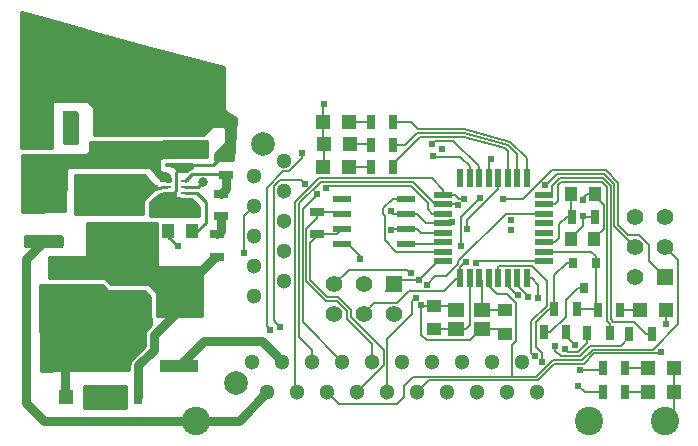
<source format=gtl>
G04 #@! TF.GenerationSoftware,KiCad,Pcbnew,(5.1.10-1-10_14)*
G04 #@! TF.CreationDate,2021-10-01T00:48:20-04:00*
G04 #@! TF.ProjectId,dashboard,64617368-626f-4617-9264-2e6b69636164,rev?*
G04 #@! TF.SameCoordinates,Original*
G04 #@! TF.FileFunction,Copper,L1,Top*
G04 #@! TF.FilePolarity,Positive*
%FSLAX46Y46*%
G04 Gerber Fmt 4.6, Leading zero omitted, Abs format (unit mm)*
G04 Created by KiCad (PCBNEW (5.1.10-1-10_14)) date 2021-10-01 00:48:20*
%MOMM*%
%LPD*%
G01*
G04 APERTURE LIST*
G04 #@! TA.AperFunction,ComponentPad*
%ADD10C,1.300000*%
G04 #@! TD*
G04 #@! TA.AperFunction,ComponentPad*
%ADD11C,2.000000*%
G04 #@! TD*
G04 #@! TA.AperFunction,SMDPad,CuDef*
%ADD12R,1.300000X0.700000*%
G04 #@! TD*
G04 #@! TA.AperFunction,SMDPad,CuDef*
%ADD13R,3.200000X1.000000*%
G04 #@! TD*
G04 #@! TA.AperFunction,SMDPad,CuDef*
%ADD14R,1.000000X1.250000*%
G04 #@! TD*
G04 #@! TA.AperFunction,ComponentPad*
%ADD15C,1.400000*%
G04 #@! TD*
G04 #@! TA.AperFunction,ComponentPad*
%ADD16R,1.400000X1.400000*%
G04 #@! TD*
G04 #@! TA.AperFunction,SMDPad,CuDef*
%ADD17R,0.700000X1.300000*%
G04 #@! TD*
G04 #@! TA.AperFunction,SMDPad,CuDef*
%ADD18R,1.400000X1.200000*%
G04 #@! TD*
G04 #@! TA.AperFunction,SMDPad,CuDef*
%ADD19R,1.250000X1.000000*%
G04 #@! TD*
G04 #@! TA.AperFunction,SMDPad,CuDef*
%ADD20R,1.550000X0.600000*%
G04 #@! TD*
G04 #@! TA.AperFunction,SMDPad,CuDef*
%ADD21R,1.600000X0.550000*%
G04 #@! TD*
G04 #@! TA.AperFunction,SMDPad,CuDef*
%ADD22R,0.550000X1.600000*%
G04 #@! TD*
G04 #@! TA.AperFunction,SMDPad,CuDef*
%ADD23R,1.200000X1.200000*%
G04 #@! TD*
G04 #@! TA.AperFunction,SMDPad,CuDef*
%ADD24R,0.800000X0.900000*%
G04 #@! TD*
G04 #@! TA.AperFunction,ComponentPad*
%ADD25C,2.400000*%
G04 #@! TD*
G04 #@! TA.AperFunction,SMDPad,CuDef*
%ADD26R,1.600000X1.000000*%
G04 #@! TD*
G04 #@! TA.AperFunction,SMDPad,CuDef*
%ADD27R,2.159000X1.778000*%
G04 #@! TD*
G04 #@! TA.AperFunction,SMDPad,CuDef*
%ADD28R,2.692400X1.981200*%
G04 #@! TD*
G04 #@! TA.AperFunction,SMDPad,CuDef*
%ADD29R,0.700000X0.200000*%
G04 #@! TD*
G04 #@! TA.AperFunction,ViaPad*
%ADD30C,0.800000*%
G04 #@! TD*
G04 #@! TA.AperFunction,ViaPad*
%ADD31C,0.609600*%
G04 #@! TD*
G04 #@! TA.AperFunction,Conductor*
%ADD32C,0.152400*%
G04 #@! TD*
G04 #@! TA.AperFunction,Conductor*
%ADD33C,0.254000*%
G04 #@! TD*
G04 #@! TA.AperFunction,Conductor*
%ADD34C,0.762000*%
G04 #@! TD*
G04 #@! TA.AperFunction,Conductor*
%ADD35C,0.100000*%
G04 #@! TD*
G04 APERTURE END LIST*
D10*
X50007520Y-47264320D03*
X50007520Y-44724320D03*
X50007520Y-42184320D03*
X50007520Y-49804320D03*
X47467520Y-43454320D03*
X47467520Y-45994320D03*
X47467520Y-48534320D03*
X47467520Y-51074320D03*
X50007520Y-52344320D03*
X47467520Y-53614320D03*
D11*
X48207520Y-40784320D03*
D12*
X52809140Y-46494660D03*
X52809140Y-48394660D03*
D13*
X41107360Y-59574360D03*
X41107360Y-53374360D03*
D14*
X74300840Y-45018960D03*
X76300840Y-45018960D03*
D15*
X79687420Y-46906180D03*
X82227420Y-46906180D03*
X79687420Y-49446180D03*
X82227420Y-49446180D03*
X79687420Y-51986180D03*
D16*
X82227420Y-51986180D03*
D10*
X52400200Y-59199780D03*
X49860200Y-59199780D03*
X47320200Y-59199780D03*
X54940200Y-59199780D03*
X48590200Y-61739780D03*
X51130200Y-61739780D03*
X53670200Y-61739780D03*
X56210200Y-61739780D03*
X57480200Y-59199780D03*
X58750200Y-61739780D03*
X60020200Y-59199780D03*
X61290200Y-61739780D03*
X62560200Y-59199780D03*
X63830200Y-61739780D03*
X65100200Y-59199780D03*
X66370200Y-61739780D03*
X67640200Y-59199780D03*
X68910200Y-61739780D03*
X70180200Y-59199780D03*
X71450200Y-61739780D03*
D11*
X45920200Y-60999780D03*
D17*
X78473340Y-54797960D03*
X76573340Y-54797960D03*
X76314340Y-46923960D03*
X74414340Y-46923960D03*
D18*
X66761540Y-56398060D03*
X64561540Y-56398060D03*
X64561540Y-54798060D03*
X66761540Y-54798060D03*
D19*
X62664340Y-56432960D03*
X62664340Y-54432960D03*
D20*
X60309740Y-49197260D03*
X60309740Y-47927260D03*
X60309740Y-46657260D03*
X60309740Y-45387260D03*
X54909740Y-45387260D03*
X54909740Y-46657260D03*
X54909740Y-47927260D03*
X54909740Y-49197260D03*
D17*
X75684340Y-56766460D03*
X77584340Y-56766460D03*
D21*
X63481640Y-45063760D03*
X63481640Y-45863760D03*
X63481640Y-46663760D03*
X63481640Y-47463760D03*
X63481640Y-48263760D03*
X63481640Y-49063760D03*
X63481640Y-49863760D03*
X63481640Y-50663760D03*
D22*
X64931640Y-52113760D03*
X65731640Y-52113760D03*
X66531640Y-52113760D03*
X67331640Y-52113760D03*
X68131640Y-52113760D03*
X68931640Y-52113760D03*
X69731640Y-52113760D03*
X70531640Y-52113760D03*
D21*
X71981640Y-50663760D03*
X71981640Y-49863760D03*
X71981640Y-49063760D03*
X71981640Y-48263760D03*
X71981640Y-47463760D03*
X71981640Y-46663760D03*
X71981640Y-45863760D03*
X71981640Y-45063760D03*
D22*
X70531640Y-43613760D03*
X69731640Y-43613760D03*
X68931640Y-43613760D03*
X68131640Y-43613760D03*
X67331640Y-43613760D03*
X66531640Y-43613760D03*
X65731640Y-43613760D03*
X64931640Y-43613760D03*
D17*
X72890340Y-54734460D03*
X74790340Y-54734460D03*
D14*
X74275440Y-48828960D03*
X76275440Y-48828960D03*
D19*
X68696840Y-56813960D03*
X68696840Y-54813960D03*
D23*
X82971820Y-61757560D03*
X80771820Y-61757560D03*
X80814820Y-59725560D03*
X83014820Y-59725560D03*
X55547440Y-40751760D03*
X53347440Y-40751760D03*
X53322040Y-42732960D03*
X55522040Y-42732960D03*
X53322040Y-38922960D03*
X55522040Y-38922960D03*
X82306340Y-54797960D03*
X80106340Y-54797960D03*
D16*
X59311540Y-52626260D03*
D15*
X59311540Y-55166260D03*
X56771540Y-52626260D03*
X56771540Y-55166260D03*
X54231540Y-52626260D03*
X54231540Y-55166260D03*
D24*
X76377840Y-50826960D03*
X74477840Y-50826960D03*
X75427840Y-52926960D03*
D17*
X78884820Y-61757560D03*
X76984820Y-61757560D03*
X76984820Y-59725560D03*
X78884820Y-59725560D03*
X79237840Y-56829960D03*
X81137840Y-56829960D03*
X59220140Y-40840660D03*
X57320140Y-40840660D03*
X57320140Y-42745660D03*
X59220140Y-42745660D03*
X57332840Y-38897560D03*
X59232840Y-38897560D03*
X73901340Y-56702960D03*
X72001340Y-56702960D03*
D25*
X42560240Y-64170560D03*
X75839320Y-64226440D03*
X82222340Y-64195960D03*
D19*
X37912040Y-41076120D03*
X37912040Y-39076120D03*
X39918640Y-39112440D03*
X39918640Y-41112440D03*
X41874440Y-41137080D03*
X41874440Y-39137080D03*
D14*
X40193720Y-48122840D03*
X42193720Y-48122840D03*
D19*
X31419800Y-53367180D03*
X31419800Y-51367180D03*
D26*
X33566100Y-54248180D03*
X33566100Y-51248180D03*
G04 #@! TA.AperFunction,SMDPad,CuDef*
G36*
G01*
X35278399Y-54894680D02*
X38178401Y-54894680D01*
G75*
G02*
X38428400Y-55144679I0J-249999D01*
G01*
X38428400Y-55769681D01*
G75*
G02*
X38178401Y-56019680I-249999J0D01*
G01*
X35278399Y-56019680D01*
G75*
G02*
X35028400Y-55769681I0J249999D01*
G01*
X35028400Y-55144679D01*
G75*
G02*
X35278399Y-54894680I249999J0D01*
G01*
G37*
G04 #@! TD.AperFunction*
G04 #@! TA.AperFunction,SMDPad,CuDef*
G36*
G01*
X35278399Y-50619680D02*
X38178401Y-50619680D01*
G75*
G02*
X38428400Y-50869679I0J-249999D01*
G01*
X38428400Y-51494681D01*
G75*
G02*
X38178401Y-51744680I-249999J0D01*
G01*
X35278399Y-51744680D01*
G75*
G02*
X35028400Y-51494681I0J249999D01*
G01*
X35028400Y-50869679D01*
G75*
G02*
X35278399Y-50619680I249999J0D01*
G01*
G37*
G04 #@! TD.AperFunction*
D27*
X35039300Y-37558980D03*
X35039300Y-41622980D03*
D23*
X31877000Y-36374980D03*
X31877000Y-38574980D03*
X33764400Y-62191900D03*
X31564400Y-62191900D03*
G04 #@! TA.AperFunction,SMDPad,CuDef*
G36*
G01*
X31104501Y-45305780D02*
X28204499Y-45305780D01*
G75*
G02*
X27954500Y-45055781I0J249999D01*
G01*
X27954500Y-44430779D01*
G75*
G02*
X28204499Y-44180780I249999J0D01*
G01*
X31104501Y-44180780D01*
G75*
G02*
X31354500Y-44430779I0J-249999D01*
G01*
X31354500Y-45055781D01*
G75*
G02*
X31104501Y-45305780I-249999J0D01*
G01*
G37*
G04 #@! TD.AperFunction*
G04 #@! TA.AperFunction,SMDPad,CuDef*
G36*
G01*
X31104501Y-49580780D02*
X28204499Y-49580780D01*
G75*
G02*
X27954500Y-49330781I0J249999D01*
G01*
X27954500Y-48705779D01*
G75*
G02*
X28204499Y-48455780I249999J0D01*
G01*
X31104501Y-48455780D01*
G75*
G02*
X31354500Y-48705779I0J-249999D01*
G01*
X31354500Y-49330781D01*
G75*
G02*
X31104501Y-49580780I-249999J0D01*
G01*
G37*
G04 #@! TD.AperFunction*
D28*
X35219640Y-44688760D03*
X35219640Y-48752760D03*
D12*
X31889700Y-42052280D03*
X31889700Y-40152280D03*
X45044360Y-41468000D03*
X45044360Y-43368000D03*
X44653200Y-44993520D03*
X44653200Y-46893520D03*
X44343320Y-50297120D03*
X44343320Y-48397120D03*
D17*
X37668200Y-62191900D03*
X35768200Y-62191900D03*
D29*
X40093200Y-43916980D03*
X40093200Y-44916980D03*
X41593200Y-43916980D03*
X40093200Y-44416980D03*
X41593200Y-44916980D03*
X41593200Y-44416980D03*
D30*
X28585160Y-34975800D03*
X30053280Y-34157920D03*
X28463240Y-33197800D03*
X30053280Y-32278320D03*
X40513000Y-46233080D03*
X39243000Y-46233080D03*
X29748480Y-36220400D03*
X28544520Y-39608760D03*
X41783000Y-46233080D03*
X38989000Y-36073080D03*
X43307000Y-36073080D03*
X29768800Y-38414960D03*
X41021000Y-36073080D03*
X43840400Y-37800280D03*
X28483560Y-37353240D03*
X30027880Y-59095640D03*
X37454840Y-57683400D03*
X29809440Y-54010560D03*
X36494720Y-54030880D03*
D31*
X69192140Y-47197160D03*
X53342540Y-37398960D03*
X61599328Y-54402472D03*
X75300838Y-45526960D03*
X82349340Y-56004460D03*
X71857394Y-59201564D03*
X59044850Y-48066960D03*
X56428640Y-50454560D03*
D30*
X43129200Y-43961010D03*
D31*
X43068240Y-41203880D03*
X61140340Y-53769260D03*
X62076769Y-52702460D03*
X74643482Y-57812461D03*
X51475650Y-41552638D03*
X48839120Y-56464200D03*
X51755049Y-44104569D03*
X49657000Y-56225440D03*
X71236840Y-58726901D03*
X62483992Y-40767000D03*
X53583840Y-44485550D03*
X74919840Y-61224160D03*
X75021440Y-59903360D03*
X67516578Y-42059870D03*
X71501000Y-53827680D03*
X69798994Y-53558258D03*
X70693280Y-53680360D03*
X66220342Y-50797460D03*
X40985440Y-49408080D03*
X39105840Y-44444920D03*
X69179440Y-48016160D03*
X64205434Y-47395972D03*
X75275442Y-46860474D03*
X63373000Y-41148000D03*
X59044878Y-46441370D03*
X46573436Y-49946560D03*
X64747140Y-45946060D03*
X72127559Y-44258679D03*
X62600840Y-41780460D03*
X52821840Y-45018960D03*
X65258377Y-45381008D03*
X68503010Y-45412660D03*
X72951340Y-57820550D03*
X81904840Y-58353960D03*
X73812412Y-58135532D03*
X61457846Y-52257960D03*
X65483755Y-47939960D03*
X65422768Y-50761888D03*
X66614039Y-45311039D03*
X60718106Y-51705170D03*
X64950345Y-49400455D03*
D32*
X53398240Y-40316860D02*
X53398240Y-41069260D01*
X64196440Y-54432960D02*
X64561540Y-54798060D01*
X62664340Y-54432960D02*
X64196440Y-54432960D01*
X62529240Y-48263760D02*
X63481640Y-48263760D01*
X61573640Y-48263760D02*
X62529240Y-48263760D01*
X61237140Y-47927260D02*
X61573640Y-48263760D01*
X60309740Y-47927260D02*
X61237140Y-47927260D01*
X53360140Y-38872160D02*
X53322040Y-38834060D01*
X53322040Y-38834060D02*
X53322040Y-37419460D01*
X53322040Y-37419460D02*
X53342540Y-37398960D01*
X53322040Y-40726360D02*
X53347440Y-40751760D01*
X53322040Y-38922960D02*
X53322040Y-40726360D01*
X53347440Y-42707560D02*
X53322040Y-42732960D01*
X53347440Y-40751760D02*
X53347440Y-42707560D01*
X68280940Y-56398060D02*
X68696840Y-56813960D01*
X66761540Y-56398060D02*
X68280940Y-56398060D01*
X62664340Y-54432960D02*
X61629816Y-54432960D01*
X61629816Y-54432960D02*
X61599328Y-54402472D01*
X76300840Y-45018960D02*
X75648440Y-45018960D01*
X75648440Y-45018960D02*
X75300838Y-45366562D01*
X75300838Y-45366562D02*
X75300838Y-45526960D01*
X82306340Y-54797960D02*
X82306340Y-55961460D01*
X82306340Y-55961460D02*
X82349340Y-56004460D01*
X73925440Y-50826960D02*
X74477840Y-50826960D01*
X72890340Y-51862060D02*
X73925440Y-50826960D01*
X72890340Y-54734460D02*
X72890340Y-51862060D01*
X61599328Y-54833524D02*
X61599328Y-54402472D01*
X61599328Y-56904430D02*
X61599328Y-54833524D01*
X62072754Y-57377856D02*
X61599328Y-56904430D01*
X65781744Y-57377856D02*
X62072754Y-57377856D01*
X66761540Y-56398060D02*
X65781744Y-57377856D01*
X82971820Y-59768560D02*
X83014820Y-59725560D01*
X82971820Y-61757560D02*
X82971820Y-59768560D01*
X72890340Y-54734460D02*
X72387940Y-54734460D01*
X71300340Y-55822060D02*
X71300340Y-57928283D01*
X72387940Y-54734460D02*
X71300340Y-55822060D01*
X71300340Y-57928283D02*
X71857394Y-58485337D01*
X71857394Y-58485337D02*
X71857394Y-59201564D01*
X82971820Y-63446480D02*
X82222340Y-64195960D01*
X82971820Y-61757560D02*
X82971820Y-63446480D01*
X60309740Y-47927260D02*
X59184550Y-47927260D01*
X59184550Y-47927260D02*
X59044850Y-48066960D01*
X77053440Y-47925960D02*
X76275440Y-48703960D01*
X77053440Y-45896560D02*
X77053440Y-47925960D01*
X76275440Y-48703960D02*
X76275440Y-48828960D01*
X76300840Y-45018960D02*
X76300840Y-45143960D01*
X76300840Y-45143960D02*
X77053440Y-45896560D01*
X56428640Y-50241160D02*
X56428640Y-50454560D01*
X54909740Y-49197260D02*
X55384740Y-49197260D01*
X55384740Y-49197260D02*
X56428640Y-50241160D01*
D33*
X43962280Y-42550080D02*
X44957720Y-41554640D01*
X40807640Y-43200320D02*
X41457880Y-42550080D01*
X44957720Y-41554640D02*
X44957720Y-41381640D01*
X40807640Y-44759219D02*
X40807640Y-43200320D01*
X41457880Y-42550080D02*
X43962280Y-42550080D01*
X40647339Y-44919520D02*
X40807640Y-44759219D01*
X40095740Y-44919520D02*
X40647339Y-44919520D01*
D34*
X31480760Y-53428140D02*
X31419800Y-53367180D01*
X31480760Y-62108260D02*
X31480760Y-53428140D01*
X31564400Y-62191900D02*
X31480760Y-62108260D01*
D33*
X42670690Y-44419520D02*
X42729201Y-44361009D01*
X41595740Y-44419520D02*
X42670690Y-44419520D01*
X42729201Y-44361009D02*
X43129200Y-43961010D01*
X41874440Y-41137080D02*
X43001440Y-41137080D01*
X43001440Y-41137080D02*
X43068240Y-41203880D01*
D34*
X44184600Y-50297120D02*
X41200140Y-53281580D01*
X44343320Y-50297120D02*
X44184600Y-50297120D01*
X38961810Y-58193190D02*
X38961810Y-56923190D01*
X41107360Y-54777640D02*
X41107360Y-53374360D01*
X37668200Y-59486800D02*
X38961810Y-58193190D01*
X38961810Y-56923190D02*
X41107360Y-54777640D01*
X37668200Y-62191900D02*
X37668200Y-59486800D01*
X35768200Y-62191900D02*
X33764400Y-62191900D01*
D33*
X45257680Y-43281600D02*
X45257720Y-43281640D01*
X42233660Y-43281600D02*
X45257680Y-43281600D01*
X41595740Y-43919520D02*
X42233660Y-43281600D01*
D34*
X45044360Y-44602360D02*
X44653200Y-44993520D01*
X45044360Y-43368000D02*
X45044360Y-44602360D01*
D32*
X74300840Y-46810460D02*
X74414340Y-46923960D01*
X74300840Y-45018960D02*
X74300840Y-46810460D01*
X73268840Y-48728960D02*
X72934040Y-49063760D01*
X72934040Y-49063760D02*
X71981640Y-49063760D01*
X73268840Y-47567060D02*
X73268840Y-48728960D01*
X74414340Y-46923960D02*
X73911940Y-46923960D01*
X73911940Y-46923960D02*
X73268840Y-47567060D01*
X66761540Y-52343660D02*
X66531640Y-52113760D01*
X66761540Y-54798060D02*
X66761540Y-52343660D01*
X68630140Y-54798060D02*
X68798440Y-54966360D01*
X68680940Y-54798060D02*
X68696840Y-54813960D01*
X66761540Y-54798060D02*
X68680940Y-54798060D01*
X65731640Y-53066160D02*
X65731640Y-52113760D01*
X65731640Y-56080360D02*
X65731640Y-53066160D01*
X65413940Y-56398060D02*
X65731640Y-56080360D01*
X64561540Y-56398060D02*
X65413940Y-56398060D01*
X64526640Y-56432960D02*
X64561540Y-56398060D01*
X62664340Y-56432960D02*
X64526640Y-56432960D01*
X78884820Y-61757560D02*
X80771820Y-61757560D01*
X79387220Y-59725560D02*
X80814820Y-59725560D01*
X78884820Y-59725560D02*
X79387220Y-59725560D01*
X57231240Y-40751760D02*
X57320140Y-40840660D01*
X55547440Y-40751760D02*
X57231240Y-40751760D01*
X57307440Y-42732960D02*
X57320140Y-42745660D01*
X55522040Y-42732960D02*
X57307440Y-42732960D01*
X55483940Y-38884860D02*
X57116940Y-38884860D01*
X78473340Y-54797960D02*
X80106340Y-54797960D01*
X54442340Y-48394660D02*
X54909740Y-47927260D01*
X52809140Y-48394660D02*
X54442340Y-48394660D01*
X52809140Y-48562260D02*
X52809140Y-48394660D01*
X52809140Y-48536860D02*
X52809140Y-48394660D01*
X52197000Y-49149000D02*
X52809140Y-48536860D01*
X52197000Y-52254686D02*
X52197000Y-49149000D01*
X53673472Y-53731158D02*
X52197000Y-52254686D01*
X54601835Y-53731158D02*
X53673472Y-53731158D01*
X58445390Y-59504590D02*
X58445390Y-58212444D01*
X55666651Y-54795974D02*
X54601835Y-53731158D01*
X58445390Y-58212444D02*
X55666651Y-55433705D01*
X55666651Y-55433705D02*
X55666651Y-54795974D01*
X56210200Y-61739780D02*
X58445390Y-59504590D01*
X54747140Y-46494660D02*
X54909740Y-46657260D01*
X52809140Y-46494660D02*
X54747140Y-46494660D01*
X52809140Y-46997060D02*
X52809140Y-46494660D01*
X51869340Y-47936860D02*
X52809140Y-46997060D01*
X57480200Y-59199780D02*
X57480200Y-57678320D01*
X51869340Y-52358092D02*
X51869340Y-47936860D01*
X57480200Y-57678320D02*
X55361840Y-55559960D01*
X55361840Y-54922230D02*
X54475579Y-54035969D01*
X54475579Y-54035969D02*
X53547217Y-54035969D01*
X55361840Y-55559960D02*
X55361840Y-54922230D01*
X53547217Y-54035969D02*
X51869340Y-52358092D01*
X60835541Y-55166259D02*
X58750200Y-57251600D01*
X60835541Y-54074059D02*
X60835541Y-55166259D01*
X61140340Y-53769260D02*
X60835541Y-54074059D01*
X58750200Y-57251600D02*
X58750200Y-61739780D01*
X64736896Y-50693404D02*
X64736896Y-50894986D01*
X68766540Y-46663760D02*
X64736896Y-50693404D01*
X71981640Y-46663760D02*
X68766540Y-46663760D01*
X63667707Y-51964175D02*
X62815054Y-51964175D01*
X64736896Y-50894986D02*
X63667707Y-51964175D01*
X62815054Y-51964175D02*
X62076769Y-52702460D01*
X73901340Y-57002960D02*
X74643482Y-57745102D01*
X74643482Y-57745102D02*
X74643482Y-57812461D01*
X73901340Y-56702960D02*
X73901340Y-57002960D01*
X49937522Y-43062921D02*
X48534321Y-44466122D01*
X48534321Y-56159401D02*
X48839120Y-56464200D01*
X51475650Y-41552638D02*
X51475650Y-41983690D01*
X51475650Y-41983690D02*
X50396419Y-43062921D01*
X50396419Y-43062921D02*
X49937522Y-43062921D01*
X48534321Y-44466122D02*
X48534321Y-56159401D01*
X49352201Y-55920641D02*
X49657000Y-56225440D01*
X49631740Y-43799770D02*
X49113441Y-44318069D01*
X49113441Y-55681881D02*
X49352201Y-55920641D01*
X51755049Y-44104569D02*
X51450250Y-43799770D01*
X51450250Y-43799770D02*
X49631740Y-43799770D01*
X49113441Y-44318069D02*
X49113441Y-55681881D01*
X68131640Y-52113760D02*
X68131640Y-51161360D01*
X72226029Y-54465304D02*
X70932041Y-55759292D01*
X72226029Y-52321667D02*
X72226029Y-54465304D01*
X70932041Y-55759292D02*
X70932041Y-58422102D01*
X68207841Y-51085159D02*
X70989521Y-51085159D01*
X68131640Y-51161360D02*
X68207841Y-51085159D01*
X70932041Y-58422102D02*
X71236840Y-58726901D01*
X70989521Y-51085159D02*
X72226029Y-52321667D01*
X72934040Y-49863760D02*
X71981640Y-49863760D01*
X72943341Y-49873061D02*
X72934040Y-49863760D01*
X76026341Y-49873061D02*
X72943341Y-49873061D01*
X76377840Y-50224560D02*
X76026341Y-49873061D01*
X76377840Y-50826960D02*
X76377840Y-50224560D01*
X76382840Y-50831960D02*
X76377840Y-50826960D01*
X76382840Y-54797960D02*
X76382840Y-50831960D01*
X76509840Y-54734460D02*
X76573340Y-54797960D01*
X74790340Y-54734460D02*
X76509840Y-54734460D01*
X66531640Y-42661360D02*
X64332481Y-40462201D01*
X66531640Y-43613760D02*
X66531640Y-42661360D01*
X62788791Y-40462201D02*
X62483992Y-40767000D01*
X64332481Y-40462201D02*
X62788791Y-40462201D01*
X62156340Y-46290860D02*
X62156340Y-45747378D01*
X53748930Y-44320460D02*
X53583840Y-44485550D01*
X63481640Y-46663760D02*
X62529240Y-46663760D01*
X60729422Y-44320460D02*
X53748930Y-44320460D01*
X62156340Y-45747378D02*
X60729422Y-44320460D01*
X62529240Y-46663760D02*
X62156340Y-46290860D01*
X76984820Y-61305480D02*
X76984820Y-61757560D01*
X75453240Y-61757560D02*
X76984820Y-61757560D01*
X74919840Y-61224160D02*
X75453240Y-61757560D01*
X77345529Y-48064938D02*
X77345529Y-55725249D01*
X73205340Y-44193460D02*
X73459340Y-43939460D01*
X72934040Y-45863760D02*
X73205340Y-45592460D01*
X73205340Y-45592460D02*
X73205340Y-44193460D01*
X73459340Y-43939460D02*
X76888340Y-43939460D01*
X76888340Y-43939460D02*
X77358251Y-44409371D01*
X77358251Y-48052216D02*
X77345529Y-48064938D01*
X77358251Y-44409371D02*
X77358251Y-48052216D01*
X77584340Y-55964060D02*
X77584340Y-56766460D01*
X71981640Y-45863760D02*
X72934040Y-45863760D01*
X77345529Y-55725249D02*
X77584340Y-55964060D01*
X77015340Y-59695040D02*
X76984820Y-59725560D01*
X76807020Y-59903360D02*
X76984820Y-59725560D01*
X75021440Y-59903360D02*
X76807020Y-59903360D01*
X77650340Y-48191194D02*
X77650340Y-55576942D01*
X72660961Y-44306772D02*
X73333084Y-43634649D01*
X72660961Y-45063760D02*
X72660961Y-44306772D01*
X79619440Y-55813960D02*
X80635440Y-56829960D01*
X80635440Y-56829960D02*
X81137840Y-56829960D01*
X77887358Y-55813960D02*
X79619440Y-55813960D01*
X77663062Y-44283115D02*
X77663062Y-48178472D01*
X77663062Y-48178472D02*
X77650340Y-48191194D01*
X77014596Y-43634649D02*
X77663062Y-44283115D01*
X73333084Y-43634649D02*
X77014596Y-43634649D01*
X71981640Y-45063760D02*
X72660961Y-45063760D01*
X77650340Y-55576942D02*
X77887358Y-55813960D01*
X69731640Y-42661360D02*
X69731640Y-43613760D01*
X68974739Y-40851861D02*
X69731640Y-41608762D01*
X61292729Y-39799271D02*
X65218054Y-39799271D01*
X65218054Y-39799271D02*
X68974739Y-40851861D01*
X60251340Y-40840660D02*
X61292729Y-39799271D01*
X69731640Y-41608762D02*
X69731640Y-42661360D01*
X59220140Y-40840660D02*
X60251340Y-40840660D01*
X59258240Y-42974260D02*
X59258240Y-42674260D01*
X68931640Y-42661360D02*
X68931640Y-43613760D01*
X68931640Y-41316760D02*
X68931640Y-42661360D01*
X68708767Y-41093887D02*
X68931640Y-41316760D01*
X65266733Y-40129460D02*
X68708767Y-41093887D01*
X61536340Y-40129460D02*
X65266733Y-40129460D01*
X59220140Y-42445660D02*
X61536340Y-40129460D01*
X59220140Y-42745660D02*
X59220140Y-42445660D01*
X70531640Y-42661360D02*
X70531640Y-43613760D01*
X65259950Y-39494460D02*
X69133836Y-40579889D01*
X70531640Y-41977693D02*
X70531640Y-42661360D01*
X60741560Y-38897560D02*
X61338460Y-39494460D01*
X69133836Y-40579889D02*
X70531640Y-41977693D01*
X61338460Y-39494460D02*
X65259950Y-39494460D01*
X59232840Y-38897560D02*
X60741560Y-38897560D01*
X67331640Y-43613760D02*
X67331640Y-42244808D01*
X67331640Y-42244808D02*
X67516578Y-42059870D01*
X70959040Y-52113760D02*
X71501000Y-52655720D01*
X70531640Y-52113760D02*
X70959040Y-52113760D01*
X71501000Y-52655720D02*
X71501000Y-53396628D01*
X71501000Y-53396628D02*
X71501000Y-53827680D01*
X69494195Y-53253459D02*
X69798994Y-53558258D01*
X69443821Y-53253459D02*
X69494195Y-53253459D01*
X68931640Y-52741278D02*
X69443821Y-53253459D01*
X68931640Y-52113760D02*
X68931640Y-52741278D01*
X69731640Y-52718720D02*
X70388481Y-53375561D01*
X70388481Y-53375561D02*
X70693280Y-53680360D01*
X69731640Y-52113760D02*
X69731640Y-52718720D01*
X63348140Y-49197260D02*
X63481640Y-49063760D01*
X60309740Y-49197260D02*
X63348140Y-49197260D01*
X58511440Y-46814236D02*
X58511440Y-48885442D01*
X62529240Y-49863760D02*
X63481640Y-49863760D01*
X59192664Y-45387260D02*
X58394598Y-46185326D01*
X58511440Y-48885442D02*
X59489758Y-49863760D01*
X60309740Y-45387260D02*
X59192664Y-45387260D01*
X58394598Y-46185326D02*
X58394598Y-46697394D01*
X59489758Y-49863760D02*
X62529240Y-49863760D01*
X58394598Y-46697394D02*
X58511440Y-46814236D01*
X66354042Y-50663760D02*
X66220342Y-50797460D01*
X71981640Y-50663760D02*
X66354042Y-50663760D01*
X74875440Y-52926960D02*
X75427840Y-52926960D01*
X73840340Y-53962060D02*
X74875440Y-52926960D01*
X73840340Y-55366360D02*
X73840340Y-53962060D01*
X72001340Y-56702960D02*
X72503740Y-56702960D01*
X72503740Y-56702960D02*
X73840340Y-55366360D01*
D33*
X35491420Y-44416980D02*
X35219640Y-44688760D01*
X40193720Y-48616360D02*
X40985440Y-49408080D01*
X40193720Y-48122840D02*
X40193720Y-48616360D01*
X39105840Y-44444920D02*
X35491420Y-44416980D01*
X40093200Y-44416980D02*
X39105840Y-44444920D01*
X42656760Y-48122840D02*
X42193720Y-48122840D01*
X42628440Y-44919520D02*
X43362880Y-45653960D01*
X43362880Y-47416720D02*
X42656760Y-48122840D01*
X43362880Y-45653960D02*
X43362880Y-47416720D01*
X41595740Y-44919520D02*
X42628440Y-44919520D01*
D34*
X44653200Y-48087240D02*
X44343320Y-48397120D01*
X44653200Y-46893520D02*
X44653200Y-48087240D01*
D32*
X62529240Y-47463760D02*
X63481640Y-47463760D01*
X62043640Y-47463760D02*
X62529240Y-47463760D01*
X61237140Y-46657260D02*
X62043640Y-47463760D01*
X60309740Y-46657260D02*
X61237140Y-46657260D01*
X63549428Y-47395972D02*
X63774382Y-47395972D01*
X63774382Y-47395972D02*
X64205434Y-47395972D01*
X63481640Y-47463760D02*
X63549428Y-47395972D01*
X75275442Y-47703958D02*
X75275442Y-47291526D01*
X75275442Y-47291526D02*
X75275442Y-46860474D01*
X75338928Y-46923960D02*
X75275442Y-46860474D01*
X76314340Y-46923960D02*
X75338928Y-46923960D01*
X74275440Y-48703960D02*
X75275442Y-47703958D01*
X74275440Y-48828960D02*
X74275440Y-48703960D01*
D34*
X43200320Y-57475120D02*
X48135540Y-57475120D01*
X41107360Y-59568080D02*
X43200320Y-57475120D01*
X49210201Y-58549781D02*
X49860200Y-59199780D01*
X48135540Y-57475120D02*
X49210201Y-58549781D01*
X41107360Y-59574360D02*
X41107360Y-59568080D01*
X41107360Y-59574360D02*
X41101080Y-59574360D01*
D32*
X60309740Y-46657260D02*
X59260768Y-46657260D01*
X59260768Y-46657260D02*
X59044878Y-46441370D01*
D34*
X46159420Y-64170560D02*
X42560240Y-64170560D01*
X48590200Y-61739780D02*
X46159420Y-64170560D01*
X29092000Y-49580780D02*
X29654500Y-49018280D01*
X28153360Y-50519420D02*
X29092000Y-49580780D01*
X28153360Y-62677040D02*
X28153360Y-50519420D01*
X29646880Y-64170560D02*
X28153360Y-62677040D01*
X42560240Y-64170560D02*
X29646880Y-64170560D01*
D32*
X49763680Y-47508160D02*
X50007520Y-47264320D01*
X46573436Y-49515508D02*
X46573436Y-49946560D01*
X46573436Y-46888404D02*
X46573436Y-49515508D01*
X47467520Y-45994320D02*
X46573436Y-46888404D01*
X63481640Y-45863760D02*
X64664840Y-45863760D01*
X64664840Y-45863760D02*
X64747140Y-45946060D01*
X79687420Y-49446180D02*
X77967873Y-47726633D01*
X72432358Y-43953880D02*
X72127559Y-44258679D01*
X77967873Y-47726633D02*
X77967873Y-44156859D01*
X73081778Y-43304460D02*
X72432358Y-43953880D01*
X77115474Y-43304460D02*
X73081778Y-43304460D01*
X77967873Y-44156859D02*
X77115474Y-43304460D01*
X52400200Y-59199780D02*
X52400200Y-58235817D01*
X62810640Y-45863760D02*
X63481640Y-45863760D01*
X52400200Y-58235817D02*
X51259718Y-57095335D01*
X60899029Y-43952149D02*
X62810640Y-45863760D01*
X53099217Y-43952149D02*
X60899029Y-43952149D01*
X51259718Y-45791648D02*
X53099217Y-43952149D01*
X51259718Y-57095335D02*
X51259718Y-45791648D01*
X54940200Y-59199780D02*
X51564529Y-55824109D01*
X51564529Y-55824109D02*
X51564529Y-46276271D01*
X52517041Y-45323759D02*
X52821840Y-45018960D01*
X51564529Y-46276271D02*
X52517041Y-45323759D01*
X65731640Y-42661360D02*
X64904091Y-41833811D01*
X65731640Y-43613760D02*
X65731640Y-42661360D01*
X64904091Y-41833811D02*
X62654191Y-41833811D01*
X62654191Y-41833811D02*
X62600840Y-41780460D01*
X82235040Y-51978560D02*
X82227420Y-51986180D01*
X65258377Y-45381008D02*
X64827325Y-45381008D01*
X64827325Y-45381008D02*
X64510077Y-45063760D01*
X64510077Y-45063760D02*
X64434040Y-45063760D01*
X64434040Y-45063760D02*
X63481640Y-45063760D01*
X80888840Y-50647600D02*
X82227420Y-51986180D01*
X78285340Y-47590710D02*
X79142590Y-48447960D01*
X78285340Y-44043259D02*
X78285340Y-47590710D01*
X77229041Y-42986960D02*
X78285340Y-44043259D01*
X70219222Y-45412660D02*
X72644922Y-42986960D01*
X80888840Y-49273460D02*
X80888840Y-50647600D01*
X80063340Y-48447960D02*
X80888840Y-49273460D01*
X79142590Y-48447960D02*
X80063340Y-48447960D01*
X68503010Y-45412660D02*
X70219222Y-45412660D01*
X72644922Y-42986960D02*
X77229041Y-42986960D01*
X50954907Y-61564487D02*
X51130200Y-61739780D01*
X50954907Y-45665392D02*
X50954907Y-61564487D01*
X63481640Y-45063760D02*
X63481640Y-44636360D01*
X63481640Y-44636360D02*
X62492618Y-43647338D01*
X52972961Y-43647338D02*
X50954907Y-45665392D01*
X62492618Y-43647338D02*
X52972961Y-43647338D01*
X69301599Y-60444597D02*
X69301599Y-57745683D01*
X69319151Y-60462149D02*
X69301599Y-60444597D01*
X69649340Y-57397942D02*
X69649340Y-54229978D01*
X67331640Y-52797760D02*
X67331640Y-52113760D01*
X69301599Y-57745683D02*
X69649340Y-57397942D01*
X69649340Y-54229978D02*
X68883822Y-53464460D01*
X67998340Y-53464460D02*
X67331640Y-52797760D01*
X68883822Y-53464460D02*
X67998340Y-53464460D01*
X54320199Y-62389779D02*
X53670200Y-61739780D01*
X60873651Y-60462149D02*
X60124340Y-61211460D01*
X54665880Y-62735460D02*
X54320199Y-62389779D01*
X69509651Y-60462149D02*
X60873651Y-60462149D01*
X60124340Y-62163960D02*
X59552840Y-62735460D01*
X75237340Y-59052460D02*
X72760840Y-59052460D01*
X83365340Y-56013942D02*
X81215822Y-58163460D01*
X83365340Y-50584100D02*
X83365340Y-56013942D01*
X82227420Y-49446180D02*
X83365340Y-50584100D01*
X72760840Y-59052460D02*
X71351151Y-60462149D01*
X59552840Y-62735460D02*
X54665880Y-62735460D01*
X60124340Y-61211460D02*
X60124340Y-62163960D01*
X71351151Y-60462149D02*
X69509651Y-60462149D01*
X76126340Y-58163460D02*
X75237340Y-59052460D01*
X81215822Y-58163460D02*
X76126340Y-58163460D01*
X78509151Y-57858649D02*
X75923151Y-57858649D01*
X79237840Y-56829960D02*
X79237840Y-57129960D01*
X79237840Y-57129960D02*
X78509151Y-57858649D01*
X75923151Y-57858649D02*
X75046840Y-58734960D01*
X75046840Y-58734960D02*
X73434698Y-58734960D01*
X73434698Y-58734960D02*
X72951340Y-58251602D01*
X72951340Y-58251602D02*
X72951340Y-57820550D01*
X81790530Y-58468270D02*
X81904840Y-58353960D01*
X76253340Y-58480960D02*
X78793340Y-58480960D01*
X72874406Y-59369960D02*
X75364340Y-59369960D01*
X78806030Y-58468270D02*
X81790530Y-58468270D01*
X71477407Y-60766960D02*
X72874406Y-59369960D01*
X78793340Y-58480960D02*
X78806030Y-58468270D01*
X61290200Y-61739780D02*
X62263020Y-60766960D01*
X75364340Y-59369960D02*
X76253340Y-58480960D01*
X62263020Y-60766960D02*
X71477407Y-60766960D01*
X75684340Y-56702960D02*
X75684340Y-57002960D01*
X75684340Y-56766460D02*
X75684340Y-57568860D01*
X75684340Y-57568860D02*
X74899240Y-58353960D01*
X74899240Y-58353960D02*
X74030840Y-58353960D01*
X74030840Y-58353960D02*
X73812412Y-58135532D01*
X61026794Y-52257960D02*
X61457846Y-52257960D01*
X59590940Y-52257960D02*
X61026794Y-52257960D01*
X58651140Y-53197760D02*
X59590940Y-52257960D01*
X63052046Y-50663760D02*
X63481640Y-50663760D01*
X61457846Y-52257960D02*
X63052046Y-50663760D01*
X65483755Y-47214045D02*
X65483755Y-47508908D01*
X65483755Y-47508908D02*
X65483755Y-47939960D01*
X68131640Y-43613760D02*
X68131640Y-44566160D01*
X68131640Y-44566160D02*
X65483755Y-47214045D01*
X59578240Y-54213760D02*
X57635140Y-54213760D01*
X63502540Y-53235860D02*
X60556140Y-53235860D01*
X64624640Y-52113760D02*
X63502540Y-53235860D01*
X64931640Y-52113760D02*
X64624640Y-52113760D01*
X57635140Y-54213760D02*
X56811139Y-55037761D01*
X60556140Y-53235860D02*
X59578240Y-54213760D01*
X64931640Y-51161360D02*
X65331112Y-50761888D01*
X65331112Y-50761888D02*
X65422768Y-50761888D01*
X64931640Y-52113760D02*
X64931640Y-51161360D01*
X60413307Y-51400371D02*
X60718106Y-51705170D01*
X55457429Y-51400371D02*
X60413307Y-51400371D01*
X54231540Y-52626260D02*
X55457429Y-51400371D01*
X66614039Y-45311039D02*
X64950345Y-46974733D01*
X64950345Y-48969403D02*
X64950345Y-49400455D01*
X64950345Y-46974733D02*
X64950345Y-48969403D01*
D33*
X29644307Y-52665750D02*
X29674700Y-52669440D01*
X29825422Y-52669440D01*
X29830463Y-52672174D01*
X29854243Y-52679546D01*
X29879779Y-52682140D01*
X34524243Y-52682140D01*
X34545523Y-52686373D01*
X34563557Y-52698423D01*
X35014080Y-53148946D01*
X35033326Y-53164740D01*
X35082768Y-53197776D01*
X35104724Y-53209512D01*
X35128548Y-53216739D01*
X35186869Y-53228340D01*
X35211646Y-53230780D01*
X38199623Y-53230780D01*
X38220903Y-53235013D01*
X38238937Y-53247063D01*
X38662837Y-53670963D01*
X38674887Y-53688997D01*
X38679120Y-53710277D01*
X38679120Y-54799470D01*
X38679123Y-54800333D01*
X38679137Y-54802393D01*
X38679146Y-54803247D01*
X38696821Y-56110549D01*
X38449459Y-56357911D01*
X38420389Y-56381768D01*
X38396532Y-56410838D01*
X38396531Y-56410839D01*
X38325165Y-56497798D01*
X38254409Y-56630175D01*
X38210837Y-56773812D01*
X38196124Y-56923190D01*
X38199811Y-56960623D01*
X38199810Y-57877559D01*
X37155849Y-58921521D01*
X37126779Y-58945378D01*
X37102922Y-58974448D01*
X37102921Y-58974449D01*
X37031555Y-59061408D01*
X36960799Y-59193785D01*
X36917227Y-59337422D01*
X36902514Y-59486800D01*
X36906201Y-59524233D01*
X36906201Y-59933840D01*
X30702209Y-59933840D01*
X30700790Y-59933848D01*
X30697389Y-59933886D01*
X30695974Y-59933910D01*
X30017321Y-59949058D01*
X30015316Y-59949080D01*
X29472887Y-59949080D01*
X29445944Y-59941943D01*
X29438269Y-59934397D01*
X29430674Y-59907577D01*
X29377695Y-56791432D01*
X29377584Y-56787865D01*
X29377199Y-56779334D01*
X29376989Y-56775792D01*
X29362636Y-56579638D01*
X29362400Y-56573167D01*
X29362400Y-56348074D01*
X29362398Y-56347451D01*
X29362391Y-56346023D01*
X29362387Y-56345456D01*
X29327993Y-52675070D01*
X29636453Y-52662973D01*
X29644307Y-52665750D01*
G04 #@! TA.AperFunction,Conductor*
D35*
G36*
X29644307Y-52665750D02*
G01*
X29674700Y-52669440D01*
X29825422Y-52669440D01*
X29830463Y-52672174D01*
X29854243Y-52679546D01*
X29879779Y-52682140D01*
X34524243Y-52682140D01*
X34545523Y-52686373D01*
X34563557Y-52698423D01*
X35014080Y-53148946D01*
X35033326Y-53164740D01*
X35082768Y-53197776D01*
X35104724Y-53209512D01*
X35128548Y-53216739D01*
X35186869Y-53228340D01*
X35211646Y-53230780D01*
X38199623Y-53230780D01*
X38220903Y-53235013D01*
X38238937Y-53247063D01*
X38662837Y-53670963D01*
X38674887Y-53688997D01*
X38679120Y-53710277D01*
X38679120Y-54799470D01*
X38679123Y-54800333D01*
X38679137Y-54802393D01*
X38679146Y-54803247D01*
X38696821Y-56110549D01*
X38449459Y-56357911D01*
X38420389Y-56381768D01*
X38396532Y-56410838D01*
X38396531Y-56410839D01*
X38325165Y-56497798D01*
X38254409Y-56630175D01*
X38210837Y-56773812D01*
X38196124Y-56923190D01*
X38199811Y-56960623D01*
X38199810Y-57877559D01*
X37155849Y-58921521D01*
X37126779Y-58945378D01*
X37102922Y-58974448D01*
X37102921Y-58974449D01*
X37031555Y-59061408D01*
X36960799Y-59193785D01*
X36917227Y-59337422D01*
X36902514Y-59486800D01*
X36906201Y-59524233D01*
X36906201Y-59933840D01*
X30702209Y-59933840D01*
X30700790Y-59933848D01*
X30697389Y-59933886D01*
X30695974Y-59933910D01*
X30017321Y-59949058D01*
X30015316Y-59949080D01*
X29472887Y-59949080D01*
X29445944Y-59941943D01*
X29438269Y-59934397D01*
X29430674Y-59907577D01*
X29377695Y-56791432D01*
X29377584Y-56787865D01*
X29377199Y-56779334D01*
X29376989Y-56775792D01*
X29362636Y-56579638D01*
X29362400Y-56573167D01*
X29362400Y-56348074D01*
X29362398Y-56347451D01*
X29362391Y-56346023D01*
X29362387Y-56345456D01*
X29327993Y-52675070D01*
X29636453Y-52662973D01*
X29644307Y-52665750D01*
G37*
G04 #@! TD.AperFunction*
D33*
X36607780Y-61274565D02*
X36615445Y-61282178D01*
X36622853Y-61309218D01*
X36634548Y-63048696D01*
X36627391Y-63076019D01*
X36619743Y-63083719D01*
X36592468Y-63091060D01*
X33113094Y-63091060D01*
X33086010Y-63083835D01*
X33078345Y-63076222D01*
X33070937Y-63049182D01*
X33059242Y-61309704D01*
X33066399Y-61282381D01*
X33074047Y-61274681D01*
X33101322Y-61267340D01*
X36580696Y-61267340D01*
X36607780Y-61274565D01*
G04 #@! TA.AperFunction,Conductor*
D35*
G36*
X36607780Y-61274565D02*
G01*
X36615445Y-61282178D01*
X36622853Y-61309218D01*
X36634548Y-63048696D01*
X36627391Y-63076019D01*
X36619743Y-63083719D01*
X36592468Y-63091060D01*
X33113094Y-63091060D01*
X33086010Y-63083835D01*
X33078345Y-63076222D01*
X33070937Y-63049182D01*
X33059242Y-61309704D01*
X33066399Y-61282381D01*
X33074047Y-61274681D01*
X33101322Y-61267340D01*
X36580696Y-61267340D01*
X36607780Y-61274565D01*
G37*
G04 #@! TD.AperFunction*
D33*
X39200118Y-47421462D02*
X39207778Y-47429122D01*
X39215060Y-47456298D01*
X39215060Y-50916840D01*
X39219388Y-50949710D01*
X39239806Y-51025910D01*
X39248575Y-51049211D01*
X39261722Y-51070353D01*
X39272675Y-51082843D01*
X39328457Y-51138625D01*
X39347703Y-51154419D01*
X39369659Y-51166155D01*
X39385390Y-51171494D01*
X39461590Y-51191912D01*
X39494460Y-51196240D01*
X42985482Y-51196240D01*
X43012658Y-51203522D01*
X43020318Y-51211182D01*
X43027600Y-51238358D01*
X43027600Y-55258762D01*
X43020318Y-55285938D01*
X43012658Y-55293598D01*
X42985482Y-55300880D01*
X39295278Y-55300880D01*
X39268102Y-55293598D01*
X39260442Y-55285938D01*
X39253160Y-55258762D01*
X39253160Y-53395506D01*
X39250720Y-53370729D01*
X39239119Y-53312408D01*
X39231892Y-53288584D01*
X39220156Y-53266628D01*
X39187120Y-53217186D01*
X39171326Y-53197940D01*
X38658620Y-52685234D01*
X38639374Y-52669440D01*
X38589932Y-52636404D01*
X38567976Y-52624668D01*
X38544152Y-52617441D01*
X38485831Y-52605840D01*
X38461054Y-52603400D01*
X35376557Y-52603400D01*
X35355277Y-52599167D01*
X35337243Y-52587117D01*
X34952760Y-52202634D01*
X34933514Y-52186840D01*
X34884072Y-52153804D01*
X34862116Y-52142068D01*
X34838292Y-52134841D01*
X34779971Y-52123240D01*
X34755194Y-52120800D01*
X30133498Y-52120800D01*
X30106322Y-52113518D01*
X30098662Y-52105858D01*
X30091380Y-52078682D01*
X30091380Y-50429513D01*
X30091357Y-50427098D01*
X30091247Y-50421314D01*
X30091179Y-50418910D01*
X30088675Y-50352960D01*
X33053020Y-50352960D01*
X33085890Y-50348632D01*
X33162090Y-50328214D01*
X33185391Y-50319445D01*
X33206533Y-50306298D01*
X33219023Y-50295345D01*
X33274805Y-50239563D01*
X33290599Y-50220317D01*
X33302335Y-50198361D01*
X33307674Y-50182630D01*
X33328092Y-50106430D01*
X33332420Y-50073560D01*
X33332420Y-47456298D01*
X33339702Y-47429122D01*
X33347362Y-47421462D01*
X33374538Y-47414180D01*
X39172942Y-47414180D01*
X39200118Y-47421462D01*
G04 #@! TA.AperFunction,Conductor*
D35*
G36*
X39200118Y-47421462D02*
G01*
X39207778Y-47429122D01*
X39215060Y-47456298D01*
X39215060Y-50916840D01*
X39219388Y-50949710D01*
X39239806Y-51025910D01*
X39248575Y-51049211D01*
X39261722Y-51070353D01*
X39272675Y-51082843D01*
X39328457Y-51138625D01*
X39347703Y-51154419D01*
X39369659Y-51166155D01*
X39385390Y-51171494D01*
X39461590Y-51191912D01*
X39494460Y-51196240D01*
X42985482Y-51196240D01*
X43012658Y-51203522D01*
X43020318Y-51211182D01*
X43027600Y-51238358D01*
X43027600Y-55258762D01*
X43020318Y-55285938D01*
X43012658Y-55293598D01*
X42985482Y-55300880D01*
X39295278Y-55300880D01*
X39268102Y-55293598D01*
X39260442Y-55285938D01*
X39253160Y-55258762D01*
X39253160Y-53395506D01*
X39250720Y-53370729D01*
X39239119Y-53312408D01*
X39231892Y-53288584D01*
X39220156Y-53266628D01*
X39187120Y-53217186D01*
X39171326Y-53197940D01*
X38658620Y-52685234D01*
X38639374Y-52669440D01*
X38589932Y-52636404D01*
X38567976Y-52624668D01*
X38544152Y-52617441D01*
X38485831Y-52605840D01*
X38461054Y-52603400D01*
X35376557Y-52603400D01*
X35355277Y-52599167D01*
X35337243Y-52587117D01*
X34952760Y-52202634D01*
X34933514Y-52186840D01*
X34884072Y-52153804D01*
X34862116Y-52142068D01*
X34838292Y-52134841D01*
X34779971Y-52123240D01*
X34755194Y-52120800D01*
X30133498Y-52120800D01*
X30106322Y-52113518D01*
X30098662Y-52105858D01*
X30091380Y-52078682D01*
X30091380Y-50429513D01*
X30091357Y-50427098D01*
X30091247Y-50421314D01*
X30091179Y-50418910D01*
X30088675Y-50352960D01*
X33053020Y-50352960D01*
X33085890Y-50348632D01*
X33162090Y-50328214D01*
X33185391Y-50319445D01*
X33206533Y-50306298D01*
X33219023Y-50295345D01*
X33274805Y-50239563D01*
X33290599Y-50220317D01*
X33302335Y-50198361D01*
X33307674Y-50182630D01*
X33328092Y-50106430D01*
X33332420Y-50073560D01*
X33332420Y-47456298D01*
X33339702Y-47429122D01*
X33347362Y-47421462D01*
X33374538Y-47414180D01*
X39172942Y-47414180D01*
X39200118Y-47421462D01*
G37*
G04 #@! TD.AperFunction*
D33*
X38205982Y-43421398D02*
X38224954Y-43435962D01*
X38983972Y-44341030D01*
X38983537Y-44349009D01*
X38992786Y-44533989D01*
X38112433Y-45377565D01*
X38095845Y-45397025D01*
X38061116Y-45447243D01*
X38049031Y-45469009D01*
X38041145Y-45494039D01*
X38028914Y-45553858D01*
X38026340Y-45579299D01*
X38026340Y-46630382D01*
X38019058Y-46657558D01*
X38011398Y-46665218D01*
X37984222Y-46672500D01*
X33607459Y-46672500D01*
X33606645Y-46672498D01*
X32350727Y-46665782D01*
X32323661Y-46658400D01*
X32316037Y-46650736D01*
X32308800Y-46623630D01*
X32308800Y-43458338D01*
X32316082Y-43431162D01*
X32323742Y-43423502D01*
X32350918Y-43416220D01*
X38182633Y-43416220D01*
X38205982Y-43421398D01*
G04 #@! TA.AperFunction,Conductor*
D35*
G36*
X38205982Y-43421398D02*
G01*
X38224954Y-43435962D01*
X38983972Y-44341030D01*
X38983537Y-44349009D01*
X38992786Y-44533989D01*
X38112433Y-45377565D01*
X38095845Y-45397025D01*
X38061116Y-45447243D01*
X38049031Y-45469009D01*
X38041145Y-45494039D01*
X38028914Y-45553858D01*
X38026340Y-45579299D01*
X38026340Y-46630382D01*
X38019058Y-46657558D01*
X38011398Y-46665218D01*
X37984222Y-46672500D01*
X33607459Y-46672500D01*
X33606645Y-46672498D01*
X32350727Y-46665782D01*
X32323661Y-46658400D01*
X32316037Y-46650736D01*
X32308800Y-46623630D01*
X32308800Y-43458338D01*
X32316082Y-43431162D01*
X32323742Y-43423502D01*
X32350918Y-43416220D01*
X38182633Y-43416220D01*
X38205982Y-43421398D01*
G37*
G04 #@! TD.AperFunction*
D33*
X40767000Y-45073264D02*
X40771293Y-45106005D01*
X40791550Y-45181925D01*
X40800295Y-45205235D01*
X40813420Y-45226391D01*
X40824170Y-45238702D01*
X40879556Y-45294440D01*
X40898751Y-45310295D01*
X40920671Y-45322100D01*
X40936125Y-45327419D01*
X41011915Y-45348157D01*
X41044627Y-45352657D01*
X41063192Y-45352775D01*
X41096692Y-45370681D01*
X41168511Y-45392467D01*
X41243200Y-45399823D01*
X41429084Y-45399823D01*
X41496155Y-45420169D01*
X41570793Y-45427520D01*
X42111014Y-45427520D01*
X42808117Y-46124623D01*
X42820167Y-46142657D01*
X42824400Y-46163937D01*
X42824400Y-46798022D01*
X42817118Y-46825198D01*
X42809458Y-46832858D01*
X42782282Y-46840140D01*
X38678058Y-46840140D01*
X38650882Y-46832858D01*
X38643222Y-46825198D01*
X38635940Y-46798022D01*
X38635940Y-45689426D01*
X38641514Y-45665284D01*
X38657106Y-45646029D01*
X39400758Y-45065065D01*
X39430688Y-45052668D01*
X39543012Y-44977615D01*
X39555576Y-44965051D01*
X39561300Y-44963080D01*
X40623906Y-44963080D01*
X40656793Y-44958748D01*
X40733027Y-44938310D01*
X40756326Y-44929537D01*
X40767000Y-44922897D01*
X40767000Y-45073264D01*
G04 #@! TA.AperFunction,Conductor*
D35*
G36*
X40767000Y-45073264D02*
G01*
X40771293Y-45106005D01*
X40791550Y-45181925D01*
X40800295Y-45205235D01*
X40813420Y-45226391D01*
X40824170Y-45238702D01*
X40879556Y-45294440D01*
X40898751Y-45310295D01*
X40920671Y-45322100D01*
X40936125Y-45327419D01*
X41011915Y-45348157D01*
X41044627Y-45352657D01*
X41063192Y-45352775D01*
X41096692Y-45370681D01*
X41168511Y-45392467D01*
X41243200Y-45399823D01*
X41429084Y-45399823D01*
X41496155Y-45420169D01*
X41570793Y-45427520D01*
X42111014Y-45427520D01*
X42808117Y-46124623D01*
X42820167Y-46142657D01*
X42824400Y-46163937D01*
X42824400Y-46798022D01*
X42817118Y-46825198D01*
X42809458Y-46832858D01*
X42782282Y-46840140D01*
X38678058Y-46840140D01*
X38650882Y-46832858D01*
X38643222Y-46825198D01*
X38635940Y-46798022D01*
X38635940Y-45689426D01*
X38641514Y-45665284D01*
X38657106Y-45646029D01*
X39400758Y-45065065D01*
X39430688Y-45052668D01*
X39543012Y-44977615D01*
X39555576Y-44965051D01*
X39561300Y-44963080D01*
X40623906Y-44963080D01*
X40656793Y-44958748D01*
X40733027Y-44938310D01*
X40756326Y-44929537D01*
X40767000Y-44922897D01*
X40767000Y-45073264D01*
G37*
G04 #@! TD.AperFunction*
D33*
X42230527Y-42436198D02*
X42238177Y-42443900D01*
X42245328Y-42471236D01*
X42243165Y-42772079D01*
X42233659Y-42771143D01*
X42208715Y-42773600D01*
X42208713Y-42773600D01*
X42134075Y-42780951D01*
X42038317Y-42809999D01*
X41997236Y-42831957D01*
X41950064Y-42857171D01*
X41895470Y-42901976D01*
X41872712Y-42920652D01*
X41856809Y-42940030D01*
X41741995Y-43054845D01*
X41047845Y-43051254D01*
X41014846Y-43055439D01*
X40938314Y-43075593D01*
X40914976Y-43084262D01*
X40902051Y-43092223D01*
X40901924Y-42930987D01*
X40898301Y-42900969D01*
X40881215Y-42830977D01*
X40872969Y-42807486D01*
X40853594Y-42777670D01*
X40806267Y-42723348D01*
X40788151Y-42706269D01*
X40757245Y-42688684D01*
X40690254Y-42662172D01*
X40661017Y-42654472D01*
X40057042Y-42570461D01*
X40033777Y-42561527D01*
X40027000Y-42554213D01*
X40019861Y-42530330D01*
X40016362Y-42474010D01*
X40022427Y-42445559D01*
X40029990Y-42437508D01*
X40058008Y-42429679D01*
X42203239Y-42428860D01*
X42230527Y-42436198D01*
G04 #@! TA.AperFunction,Conductor*
D35*
G36*
X42230527Y-42436198D02*
G01*
X42238177Y-42443900D01*
X42245328Y-42471236D01*
X42243165Y-42772079D01*
X42233659Y-42771143D01*
X42208715Y-42773600D01*
X42208713Y-42773600D01*
X42134075Y-42780951D01*
X42038317Y-42809999D01*
X41997236Y-42831957D01*
X41950064Y-42857171D01*
X41895470Y-42901976D01*
X41872712Y-42920652D01*
X41856809Y-42940030D01*
X41741995Y-43054845D01*
X41047845Y-43051254D01*
X41014846Y-43055439D01*
X40938314Y-43075593D01*
X40914976Y-43084262D01*
X40902051Y-43092223D01*
X40901924Y-42930987D01*
X40898301Y-42900969D01*
X40881215Y-42830977D01*
X40872969Y-42807486D01*
X40853594Y-42777670D01*
X40806267Y-42723348D01*
X40788151Y-42706269D01*
X40757245Y-42688684D01*
X40690254Y-42662172D01*
X40661017Y-42654472D01*
X40057042Y-42570461D01*
X40033777Y-42561527D01*
X40027000Y-42554213D01*
X40019861Y-42530330D01*
X40016362Y-42474010D01*
X40022427Y-42445559D01*
X40029990Y-42437508D01*
X40058008Y-42429679D01*
X42203239Y-42428860D01*
X42230527Y-42436198D01*
G37*
G04 #@! TD.AperFunction*
D33*
X43433792Y-40544096D02*
X43441457Y-40551771D01*
X43448697Y-40579047D01*
X43444698Y-41829947D01*
X43437392Y-41857001D01*
X43429759Y-41864643D01*
X43402712Y-41871976D01*
X39671880Y-41887765D01*
X39639007Y-41892238D01*
X39562848Y-41913005D01*
X39539586Y-41921877D01*
X39518502Y-41935117D01*
X39506029Y-41946157D01*
X39450477Y-42002240D01*
X39434775Y-42021560D01*
X39423143Y-42043572D01*
X39417868Y-42059370D01*
X39397826Y-42135722D01*
X39393666Y-42168635D01*
X39397336Y-42865083D01*
X39400413Y-42892210D01*
X39414670Y-42955771D01*
X39422474Y-42979413D01*
X39437596Y-43004975D01*
X39477091Y-43056778D01*
X39494053Y-43075001D01*
X39518470Y-43091916D01*
X39575987Y-43122494D01*
X39601329Y-43132644D01*
X40130684Y-43281010D01*
X40153853Y-43294273D01*
X40167982Y-43316926D01*
X40299641Y-43726501D01*
X40299641Y-43917813D01*
X39596911Y-43831407D01*
X39540739Y-43800625D01*
X38725694Y-42814079D01*
X38705898Y-42794831D01*
X38653959Y-42754315D01*
X38632923Y-42740999D01*
X38604403Y-42730703D01*
X38540217Y-42715891D01*
X38512798Y-42712644D01*
X34547023Y-42677102D01*
X34545447Y-42677098D01*
X34541677Y-42677111D01*
X34540111Y-42677126D01*
X31793187Y-42720479D01*
X31760974Y-42725159D01*
X31686362Y-42746033D01*
X31663160Y-42755059D01*
X31642163Y-42768437D01*
X31630651Y-42778660D01*
X31575944Y-42833520D01*
X31560177Y-42852787D01*
X31548472Y-42874760D01*
X31543472Y-42889324D01*
X31522808Y-42963994D01*
X31518219Y-42996219D01*
X31474005Y-46403056D01*
X31466664Y-46429673D01*
X31459130Y-46437267D01*
X31432575Y-46444820D01*
X27893895Y-46519051D01*
X27866278Y-46512168D01*
X27858487Y-46504543D01*
X27851015Y-46477085D01*
X27848644Y-41703217D01*
X27855917Y-41676027D01*
X27863574Y-41668367D01*
X27890761Y-41661080D01*
X33266380Y-41661080D01*
X33299250Y-41656752D01*
X33375450Y-41636334D01*
X33398751Y-41627565D01*
X33419893Y-41614418D01*
X33432383Y-41603465D01*
X33488165Y-41547683D01*
X33503959Y-41528437D01*
X33515695Y-41506481D01*
X33521034Y-41490750D01*
X33541452Y-41414550D01*
X33545780Y-41381680D01*
X33545780Y-40593218D01*
X33553062Y-40566042D01*
X33560722Y-40558382D01*
X33587898Y-40551100D01*
X35959169Y-40551100D01*
X43406527Y-40536821D01*
X43433792Y-40544096D01*
G04 #@! TA.AperFunction,Conductor*
D35*
G36*
X43433792Y-40544096D02*
G01*
X43441457Y-40551771D01*
X43448697Y-40579047D01*
X43444698Y-41829947D01*
X43437392Y-41857001D01*
X43429759Y-41864643D01*
X43402712Y-41871976D01*
X39671880Y-41887765D01*
X39639007Y-41892238D01*
X39562848Y-41913005D01*
X39539586Y-41921877D01*
X39518502Y-41935117D01*
X39506029Y-41946157D01*
X39450477Y-42002240D01*
X39434775Y-42021560D01*
X39423143Y-42043572D01*
X39417868Y-42059370D01*
X39397826Y-42135722D01*
X39393666Y-42168635D01*
X39397336Y-42865083D01*
X39400413Y-42892210D01*
X39414670Y-42955771D01*
X39422474Y-42979413D01*
X39437596Y-43004975D01*
X39477091Y-43056778D01*
X39494053Y-43075001D01*
X39518470Y-43091916D01*
X39575987Y-43122494D01*
X39601329Y-43132644D01*
X40130684Y-43281010D01*
X40153853Y-43294273D01*
X40167982Y-43316926D01*
X40299641Y-43726501D01*
X40299641Y-43917813D01*
X39596911Y-43831407D01*
X39540739Y-43800625D01*
X38725694Y-42814079D01*
X38705898Y-42794831D01*
X38653959Y-42754315D01*
X38632923Y-42740999D01*
X38604403Y-42730703D01*
X38540217Y-42715891D01*
X38512798Y-42712644D01*
X34547023Y-42677102D01*
X34545447Y-42677098D01*
X34541677Y-42677111D01*
X34540111Y-42677126D01*
X31793187Y-42720479D01*
X31760974Y-42725159D01*
X31686362Y-42746033D01*
X31663160Y-42755059D01*
X31642163Y-42768437D01*
X31630651Y-42778660D01*
X31575944Y-42833520D01*
X31560177Y-42852787D01*
X31548472Y-42874760D01*
X31543472Y-42889324D01*
X31522808Y-42963994D01*
X31518219Y-42996219D01*
X31474005Y-46403056D01*
X31466664Y-46429673D01*
X31459130Y-46437267D01*
X31432575Y-46444820D01*
X27893895Y-46519051D01*
X27866278Y-46512168D01*
X27858487Y-46504543D01*
X27851015Y-46477085D01*
X27848644Y-41703217D01*
X27855917Y-41676027D01*
X27863574Y-41668367D01*
X27890761Y-41661080D01*
X33266380Y-41661080D01*
X33299250Y-41656752D01*
X33375450Y-41636334D01*
X33398751Y-41627565D01*
X33419893Y-41614418D01*
X33432383Y-41603465D01*
X33488165Y-41547683D01*
X33503959Y-41528437D01*
X33515695Y-41506481D01*
X33521034Y-41490750D01*
X33541452Y-41414550D01*
X33545780Y-41381680D01*
X33545780Y-40593218D01*
X33553062Y-40566042D01*
X33560722Y-40558382D01*
X33587898Y-40551100D01*
X35959169Y-40551100D01*
X43406527Y-40536821D01*
X43433792Y-40544096D01*
G37*
G04 #@! TD.AperFunction*
D33*
X32468628Y-38168162D02*
X32476296Y-38175758D01*
X32483754Y-38202734D01*
X32506573Y-40602618D01*
X32499469Y-40629997D01*
X32491823Y-40637716D01*
X32464513Y-40645080D01*
X31405767Y-40645080D01*
X31378717Y-40637878D01*
X31371049Y-40630282D01*
X31363591Y-40603306D01*
X31340772Y-38203422D01*
X31347876Y-38176043D01*
X31355522Y-38168324D01*
X31382832Y-38160960D01*
X32441578Y-38160960D01*
X32468628Y-38168162D01*
G04 #@! TA.AperFunction,Conductor*
D35*
G36*
X32468628Y-38168162D02*
G01*
X32476296Y-38175758D01*
X32483754Y-38202734D01*
X32506573Y-40602618D01*
X32499469Y-40629997D01*
X32491823Y-40637716D01*
X32464513Y-40645080D01*
X31405767Y-40645080D01*
X31378717Y-40637878D01*
X31371049Y-40630282D01*
X31363591Y-40603306D01*
X31340772Y-38203422D01*
X31347876Y-38176043D01*
X31355522Y-38168324D01*
X31382832Y-38160960D01*
X32441578Y-38160960D01*
X32468628Y-38168162D01*
G37*
G04 #@! TD.AperFunction*
D33*
X27783233Y-29578985D02*
X31796146Y-30713804D01*
X31796616Y-30713936D01*
X31797768Y-30714257D01*
X31798258Y-30714393D01*
X34088362Y-31342652D01*
X34092821Y-31344002D01*
X35261640Y-31731930D01*
X35265288Y-31733080D01*
X35274077Y-31735706D01*
X35277752Y-31736744D01*
X38077211Y-32482252D01*
X38077470Y-32482321D01*
X38078004Y-32482462D01*
X38078190Y-32482511D01*
X44900795Y-34272947D01*
X44922054Y-34283874D01*
X44927974Y-34291508D01*
X44933268Y-34314824D01*
X44951190Y-37834614D01*
X44955915Y-37868293D01*
X44977778Y-37946171D01*
X44986824Y-37969366D01*
X45000221Y-37990350D01*
X45012567Y-38003908D01*
X45071203Y-38059628D01*
X45098771Y-38079543D01*
X45507641Y-38298315D01*
X45507657Y-38298324D01*
X45507743Y-38298370D01*
X45934551Y-38527090D01*
X45956303Y-38548650D01*
X45962742Y-38578594D01*
X45691794Y-42079703D01*
X45683213Y-42105139D01*
X45675519Y-42112294D01*
X45649529Y-42119008D01*
X45260023Y-42120819D01*
X45260023Y-42120820D01*
X44225418Y-42120820D01*
X44198242Y-42113538D01*
X44190582Y-42105878D01*
X44183300Y-42078702D01*
X44183300Y-41591937D01*
X44187533Y-41570657D01*
X44199583Y-41552623D01*
X45005706Y-40746500D01*
X45021500Y-40727254D01*
X45054536Y-40677812D01*
X45066272Y-40655856D01*
X45073499Y-40632032D01*
X45085100Y-40573711D01*
X45087540Y-40548934D01*
X45087540Y-39519860D01*
X45083212Y-39486990D01*
X45062794Y-39410790D01*
X45054025Y-39387489D01*
X45040878Y-39366347D01*
X45029925Y-39353857D01*
X44974143Y-39298075D01*
X44954897Y-39282281D01*
X44932941Y-39270545D01*
X44917210Y-39265206D01*
X44841010Y-39244788D01*
X44808140Y-39240460D01*
X43992426Y-39240460D01*
X43967649Y-39242900D01*
X43909328Y-39254501D01*
X43885504Y-39261728D01*
X43863548Y-39273464D01*
X43814106Y-39306500D01*
X43794860Y-39322294D01*
X43133517Y-39983637D01*
X43115483Y-39995687D01*
X43094203Y-39999920D01*
X33933338Y-39999920D01*
X33906162Y-39992638D01*
X33898502Y-39984978D01*
X33891220Y-39957802D01*
X33891220Y-37703386D01*
X33888780Y-37678609D01*
X33877179Y-37620288D01*
X33869952Y-37596464D01*
X33858216Y-37574508D01*
X33825180Y-37525066D01*
X33809386Y-37505820D01*
X33484640Y-37181074D01*
X33465394Y-37165280D01*
X33415952Y-37132244D01*
X33393996Y-37120508D01*
X33370172Y-37113281D01*
X33311851Y-37101680D01*
X33287074Y-37099240D01*
X32920940Y-37099240D01*
X32896164Y-37101680D01*
X32872855Y-37108751D01*
X32230883Y-37099271D01*
X32229968Y-37099261D01*
X32227718Y-37099244D01*
X32226758Y-37099240D01*
X30596105Y-37099240D01*
X30592168Y-37095960D01*
X30570299Y-37084061D01*
X30546529Y-37076657D01*
X30522173Y-37074037D01*
X30521984Y-37074035D01*
X30497183Y-37076213D01*
X30473344Y-37083163D01*
X30464375Y-37086762D01*
X30442290Y-37098254D01*
X30422871Y-37113833D01*
X30406864Y-37132902D01*
X30394519Y-37155592D01*
X30390788Y-37164506D01*
X30383473Y-37188304D01*
X30380940Y-37213541D01*
X30380940Y-41088102D01*
X30373658Y-41115278D01*
X30365998Y-41122938D01*
X30338822Y-41130220D01*
X27776417Y-41130220D01*
X27749231Y-41122935D01*
X27741575Y-41115278D01*
X27734297Y-41088092D01*
X27736754Y-29614137D01*
X27742514Y-29589646D01*
X27748922Y-29581921D01*
X27758101Y-29577858D01*
X27783233Y-29578985D01*
G04 #@! TA.AperFunction,Conductor*
D35*
G36*
X27783233Y-29578985D02*
G01*
X31796146Y-30713804D01*
X31796616Y-30713936D01*
X31797768Y-30714257D01*
X31798258Y-30714393D01*
X34088362Y-31342652D01*
X34092821Y-31344002D01*
X35261640Y-31731930D01*
X35265288Y-31733080D01*
X35274077Y-31735706D01*
X35277752Y-31736744D01*
X38077211Y-32482252D01*
X38077470Y-32482321D01*
X38078004Y-32482462D01*
X38078190Y-32482511D01*
X44900795Y-34272947D01*
X44922054Y-34283874D01*
X44927974Y-34291508D01*
X44933268Y-34314824D01*
X44951190Y-37834614D01*
X44955915Y-37868293D01*
X44977778Y-37946171D01*
X44986824Y-37969366D01*
X45000221Y-37990350D01*
X45012567Y-38003908D01*
X45071203Y-38059628D01*
X45098771Y-38079543D01*
X45507641Y-38298315D01*
X45507657Y-38298324D01*
X45507743Y-38298370D01*
X45934551Y-38527090D01*
X45956303Y-38548650D01*
X45962742Y-38578594D01*
X45691794Y-42079703D01*
X45683213Y-42105139D01*
X45675519Y-42112294D01*
X45649529Y-42119008D01*
X45260023Y-42120819D01*
X45260023Y-42120820D01*
X44225418Y-42120820D01*
X44198242Y-42113538D01*
X44190582Y-42105878D01*
X44183300Y-42078702D01*
X44183300Y-41591937D01*
X44187533Y-41570657D01*
X44199583Y-41552623D01*
X45005706Y-40746500D01*
X45021500Y-40727254D01*
X45054536Y-40677812D01*
X45066272Y-40655856D01*
X45073499Y-40632032D01*
X45085100Y-40573711D01*
X45087540Y-40548934D01*
X45087540Y-39519860D01*
X45083212Y-39486990D01*
X45062794Y-39410790D01*
X45054025Y-39387489D01*
X45040878Y-39366347D01*
X45029925Y-39353857D01*
X44974143Y-39298075D01*
X44954897Y-39282281D01*
X44932941Y-39270545D01*
X44917210Y-39265206D01*
X44841010Y-39244788D01*
X44808140Y-39240460D01*
X43992426Y-39240460D01*
X43967649Y-39242900D01*
X43909328Y-39254501D01*
X43885504Y-39261728D01*
X43863548Y-39273464D01*
X43814106Y-39306500D01*
X43794860Y-39322294D01*
X43133517Y-39983637D01*
X43115483Y-39995687D01*
X43094203Y-39999920D01*
X33933338Y-39999920D01*
X33906162Y-39992638D01*
X33898502Y-39984978D01*
X33891220Y-39957802D01*
X33891220Y-37703386D01*
X33888780Y-37678609D01*
X33877179Y-37620288D01*
X33869952Y-37596464D01*
X33858216Y-37574508D01*
X33825180Y-37525066D01*
X33809386Y-37505820D01*
X33484640Y-37181074D01*
X33465394Y-37165280D01*
X33415952Y-37132244D01*
X33393996Y-37120508D01*
X33370172Y-37113281D01*
X33311851Y-37101680D01*
X33287074Y-37099240D01*
X32920940Y-37099240D01*
X32896164Y-37101680D01*
X32872855Y-37108751D01*
X32230883Y-37099271D01*
X32229968Y-37099261D01*
X32227718Y-37099244D01*
X32226758Y-37099240D01*
X30596105Y-37099240D01*
X30592168Y-37095960D01*
X30570299Y-37084061D01*
X30546529Y-37076657D01*
X30522173Y-37074037D01*
X30521984Y-37074035D01*
X30497183Y-37076213D01*
X30473344Y-37083163D01*
X30464375Y-37086762D01*
X30442290Y-37098254D01*
X30422871Y-37113833D01*
X30406864Y-37132902D01*
X30394519Y-37155592D01*
X30390788Y-37164506D01*
X30383473Y-37188304D01*
X30380940Y-37213541D01*
X30380940Y-41088102D01*
X30373658Y-41115278D01*
X30365998Y-41122938D01*
X30338822Y-41130220D01*
X27776417Y-41130220D01*
X27749231Y-41122935D01*
X27741575Y-41115278D01*
X27734297Y-41088092D01*
X27736754Y-29614137D01*
X27742514Y-29589646D01*
X27748922Y-29581921D01*
X27758101Y-29577858D01*
X27783233Y-29578985D01*
G37*
G04 #@! TD.AperFunction*
M02*

</source>
